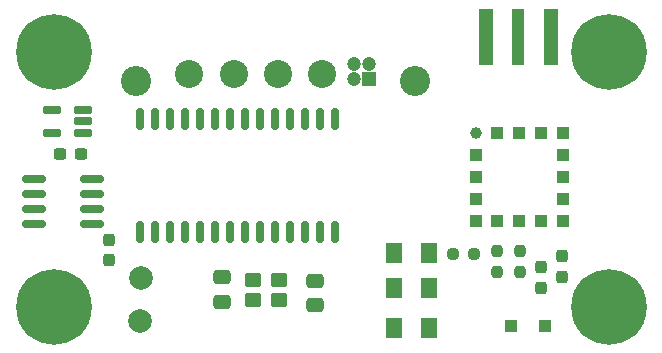
<source format=gts>
G04 #@! TF.GenerationSoftware,KiCad,Pcbnew,9.0.6*
G04 #@! TF.CreationDate,2026-01-16T18:23:39-05:00*
G04 #@! TF.ProjectId,gps_2,6770735f-322e-46b6-9963-61645f706362,AA*
G04 #@! TF.SameCoordinates,Original*
G04 #@! TF.FileFunction,Soldermask,Top*
G04 #@! TF.FilePolarity,Negative*
%FSLAX46Y46*%
G04 Gerber Fmt 4.6, Leading zero omitted, Abs format (unit mm)*
G04 Created by KiCad (PCBNEW 9.0.6) date 2026-01-16 18:23:39*
%MOMM*%
%LPD*%
G01*
G04 APERTURE LIST*
G04 Aperture macros list*
%AMRoundRect*
0 Rectangle with rounded corners*
0 $1 Rounding radius*
0 $2 $3 $4 $5 $6 $7 $8 $9 X,Y pos of 4 corners*
0 Add a 4 corners polygon primitive as box body*
4,1,4,$2,$3,$4,$5,$6,$7,$8,$9,$2,$3,0*
0 Add four circle primitives for the rounded corners*
1,1,$1+$1,$2,$3*
1,1,$1+$1,$4,$5*
1,1,$1+$1,$6,$7*
1,1,$1+$1,$8,$9*
0 Add four rect primitives between the rounded corners*
20,1,$1+$1,$2,$3,$4,$5,0*
20,1,$1+$1,$4,$5,$6,$7,0*
20,1,$1+$1,$6,$7,$8,$9,0*
20,1,$1+$1,$8,$9,$2,$3,0*%
G04 Aperture macros list end*
%ADD10C,2.000000*%
%ADD11C,6.400000*%
%ADD12R,1.000000X1.000000*%
%ADD13RoundRect,0.250000X0.475000X-0.337500X0.475000X0.337500X-0.475000X0.337500X-0.475000X-0.337500X0*%
%ADD14RoundRect,0.237500X-0.237500X0.287500X-0.237500X-0.287500X0.237500X-0.287500X0.237500X0.287500X0*%
%ADD15RoundRect,0.250000X-0.475000X0.337500X-0.475000X-0.337500X0.475000X-0.337500X0.475000X0.337500X0*%
%ADD16RoundRect,0.250000X0.450000X0.350000X-0.450000X0.350000X-0.450000X-0.350000X0.450000X-0.350000X0*%
%ADD17RoundRect,0.150000X0.150000X-0.750000X0.150000X0.750000X-0.150000X0.750000X-0.150000X-0.750000X0*%
%ADD18RoundRect,0.237500X0.250000X0.237500X-0.250000X0.237500X-0.250000X-0.237500X0.250000X-0.237500X0*%
%ADD19RoundRect,0.150000X-0.825000X-0.150000X0.825000X-0.150000X0.825000X0.150000X-0.825000X0.150000X0*%
%ADD20RoundRect,0.162500X0.617500X0.162500X-0.617500X0.162500X-0.617500X-0.162500X0.617500X-0.162500X0*%
%ADD21RoundRect,0.237500X-0.237500X0.250000X-0.237500X-0.250000X0.237500X-0.250000X0.237500X0.250000X0*%
%ADD22C,0.990600*%
%ADD23R,0.990600X0.990600*%
%ADD24RoundRect,0.102000X0.425000X2.280000X-0.425000X2.280000X-0.425000X-2.280000X0.425000X-2.280000X0*%
%ADD25RoundRect,0.102000X0.500000X2.280000X-0.500000X2.280000X-0.500000X-2.280000X0.500000X-2.280000X0*%
%ADD26C,2.550000*%
%ADD27RoundRect,0.102000X0.500000X0.500000X-0.500000X0.500000X-0.500000X-0.500000X0.500000X-0.500000X0*%
%ADD28C,1.204000*%
%ADD29C,2.379000*%
%ADD30RoundRect,0.250001X0.462499X0.624999X-0.462499X0.624999X-0.462499X-0.624999X0.462499X-0.624999X0*%
%ADD31RoundRect,0.237500X-0.237500X0.300000X-0.237500X-0.300000X0.237500X-0.300000X0.237500X0.300000X0*%
%ADD32RoundRect,0.250001X-0.462499X-0.624999X0.462499X-0.624999X0.462499X0.624999X-0.462499X0.624999X0*%
%ADD33RoundRect,0.237500X-0.300000X-0.237500X0.300000X-0.237500X0.300000X0.237500X-0.300000X0.237500X0*%
G04 APERTURE END LIST*
D10*
G04 #@! TO.C,TP3*
X141160000Y-126390000D03*
G04 #@! TD*
D11*
G04 #@! TO.C,H2*
X180808877Y-103632000D03*
G04 #@! TD*
D12*
G04 #@! TO.C,TP2*
X172520000Y-126850000D03*
G04 #@! TD*
D13*
G04 #@! TO.C,C11*
X148070000Y-124777500D03*
X148070000Y-122702500D03*
G04 #@! TD*
D11*
G04 #@! TO.C,H1*
X133818877Y-103632000D03*
G04 #@! TD*
D14*
G04 #@! TO.C,L2*
X176850000Y-120925000D03*
X176850000Y-122675000D03*
G04 #@! TD*
D15*
G04 #@! TO.C,C12*
X155950000Y-123000000D03*
X155950000Y-125075000D03*
G04 #@! TD*
D16*
G04 #@! TO.C,Y1*
X152927499Y-122950000D03*
X150727499Y-122950000D03*
X150727499Y-124650000D03*
X152927499Y-124650000D03*
G04 #@! TD*
D17*
G04 #@! TO.C,U2*
X141145000Y-118925000D03*
X142415000Y-118925000D03*
X143685000Y-118925000D03*
X144955000Y-118925000D03*
X146225000Y-118925000D03*
X147495000Y-118925000D03*
X148765000Y-118925000D03*
X150035000Y-118925000D03*
X151305000Y-118925000D03*
X152575000Y-118925000D03*
X153845000Y-118925000D03*
X155115000Y-118925000D03*
X156385000Y-118925000D03*
X157655000Y-118925000D03*
X157655000Y-109325000D03*
X156385000Y-109325000D03*
X155115000Y-109325000D03*
X153845000Y-109325000D03*
X152575000Y-109325000D03*
X151305000Y-109325000D03*
X150035000Y-109325000D03*
X148765000Y-109325000D03*
X147495000Y-109325000D03*
X146225000Y-109325000D03*
X144955000Y-109325000D03*
X143685000Y-109325000D03*
X142415000Y-109325000D03*
X141145000Y-109325000D03*
G04 #@! TD*
D18*
G04 #@! TO.C,R1*
X169437500Y-120750000D03*
X167612500Y-120750000D03*
G04 #@! TD*
D19*
G04 #@! TO.C,U3*
X132152500Y-114405000D03*
X132152500Y-115675000D03*
X132152500Y-116945000D03*
X132152500Y-118215000D03*
X137102500Y-118215000D03*
X137102500Y-116945000D03*
X137102500Y-115675000D03*
X137102500Y-114405000D03*
G04 #@! TD*
D20*
G04 #@! TO.C,U4*
X136350000Y-110467500D03*
X136350000Y-109517500D03*
X136350000Y-108567500D03*
X133650000Y-108567500D03*
X133650000Y-110467500D03*
G04 #@! TD*
D12*
G04 #@! TO.C,TP1*
X175420000Y-126820000D03*
G04 #@! TD*
D21*
G04 #@! TO.C,R2*
X173285000Y-120467500D03*
X173285000Y-122292500D03*
G04 #@! TD*
D22*
G04 #@! TO.C,U1*
X169550000Y-110524000D03*
D23*
X171400001Y-110524000D03*
X173250000Y-110524000D03*
X175099999Y-110524000D03*
X176950000Y-110524000D03*
X176950000Y-112374001D03*
X176950000Y-114224000D03*
X176950000Y-116073999D03*
X176950000Y-117924000D03*
X175099999Y-117924000D03*
X173250000Y-117924000D03*
X171400001Y-117924000D03*
X169550000Y-117924000D03*
X169550000Y-116073999D03*
X169550000Y-114224000D03*
X169550000Y-112374001D03*
G04 #@! TD*
D24*
G04 #@! TO.C,J3*
X173177200Y-102362000D03*
D25*
X175947200Y-102362000D03*
X170407200Y-102362000D03*
G04 #@! TD*
D21*
G04 #@! TO.C,R3*
X171325000Y-120475000D03*
X171325000Y-122300000D03*
G04 #@! TD*
D26*
G04 #@! TO.C,J2*
X164410000Y-106140000D03*
X140760000Y-106140000D03*
D27*
X160510000Y-105940000D03*
D28*
X159260000Y-105940000D03*
X160510000Y-104690000D03*
X159260000Y-104690000D03*
D29*
X156560000Y-105520000D03*
X152810000Y-105520000D03*
X149060000Y-105520000D03*
X145310000Y-105520000D03*
G04 #@! TD*
D11*
G04 #@! TO.C,H4*
X133818877Y-125222000D03*
G04 #@! TD*
D30*
G04 #@! TO.C,D3*
X165580000Y-123620000D03*
X162605000Y-123620000D03*
G04 #@! TD*
D11*
G04 #@! TO.C,H3*
X180808877Y-125222000D03*
G04 #@! TD*
D31*
G04 #@! TO.C,C14*
X138479700Y-119557800D03*
X138479700Y-121282800D03*
G04 #@! TD*
D32*
G04 #@! TO.C,D1*
X162612500Y-120700000D03*
X165587500Y-120700000D03*
G04 #@! TD*
D33*
G04 #@! TO.C,C5*
X134387500Y-112290000D03*
X136112500Y-112290000D03*
G04 #@! TD*
D10*
G04 #@! TO.C,TP4*
X141250000Y-122750000D03*
G04 #@! TD*
D14*
G04 #@! TO.C,L1*
X175125000Y-121850000D03*
X175125000Y-123600000D03*
G04 #@! TD*
D30*
G04 #@! TO.C,D2*
X165580000Y-127010000D03*
X162605000Y-127010000D03*
G04 #@! TD*
M02*

</source>
